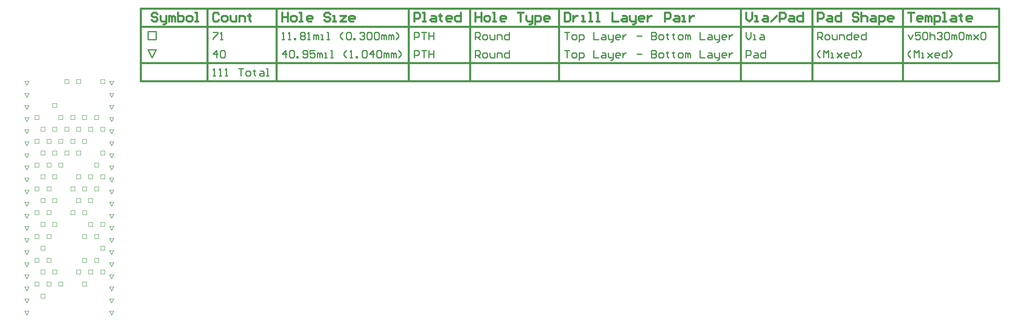
<source format=gbr>
%TF.GenerationSoftware,Altium Limited,Altium Designer,23.10.1 (27)*%
G04 Layer_Color=2752767*
%FSLAX45Y45*%
%MOMM*%
%TF.SameCoordinates,7A70C931-5BDF-4ABD-901A-901AFED5F3BC*%
%TF.FilePolarity,Positive*%
%TF.FileFunction,Drawing*%
%TF.Part,Single*%
G01*
G75*
%TA.AperFunction,NonConductor*%
%ADD35C,0.38100*%
%ADD36C,0.25400*%
%ADD40C,0.08467*%
%ADD41C,0.40640*%
D35*
X1500000Y6162000D02*
X19483398D01*
X1500000Y5400000D02*
X19483398D01*
X1500000Y5019000D02*
X19483398D01*
Y6543000D01*
X1500000D02*
X19483398D01*
X1500000Y5019000D02*
Y6543000D01*
X17464622Y5019000D02*
Y6543000D01*
X15570296Y5019000D02*
Y6543000D01*
X14072081Y5019000D02*
Y6543000D01*
X10263222Y5019000D02*
Y6543000D01*
X8399365Y5019000D02*
Y6543000D01*
X7114441Y5019000D02*
Y6543000D01*
X4346646Y5019000D02*
Y6543000D01*
X2899224Y5019000D02*
Y6543000D01*
D36*
X1651871Y5895300D02*
X1821204D01*
Y6064633D01*
X1651871D02*
X1821204D01*
X1651871Y5895300D02*
Y6064633D01*
X1736538Y5514300D02*
X1821204Y5683633D01*
X1651871D02*
X1821204D01*
X1651871D02*
X1736538Y5514300D01*
X17578923Y5996867D02*
X17629707Y5895300D01*
X17680490Y5996867D01*
X17832841Y6047651D02*
X17731274D01*
Y5971475D01*
X17782057Y5996867D01*
X17807449D01*
X17832841Y5971475D01*
Y5920692D01*
X17807449Y5895300D01*
X17756667D01*
X17731274Y5920692D01*
X17883624Y6022259D02*
X17909016Y6047651D01*
X17959801D01*
X17985191Y6022259D01*
Y5920692D01*
X17959801Y5895300D01*
X17909016D01*
X17883624Y5920692D01*
Y6022259D01*
X18035976Y6047651D02*
Y5895300D01*
Y5971475D01*
X18061366Y5996867D01*
X18112151D01*
X18137543Y5971475D01*
Y5895300D01*
X18188326Y6022259D02*
X18213718Y6047651D01*
X18264500D01*
X18289893Y6022259D01*
Y5996867D01*
X18264500Y5971475D01*
X18239110D01*
X18264500D01*
X18289893Y5946084D01*
Y5920692D01*
X18264500Y5895300D01*
X18213718D01*
X18188326Y5920692D01*
X18340677Y6022259D02*
X18366069Y6047651D01*
X18416852D01*
X18442244Y6022259D01*
Y5920692D01*
X18416852Y5895300D01*
X18366069D01*
X18340677Y5920692D01*
Y6022259D01*
X18493028Y5895300D02*
Y5996867D01*
X18518419D01*
X18543811Y5971475D01*
Y5895300D01*
Y5971475D01*
X18569203Y5996867D01*
X18594595Y5971475D01*
Y5895300D01*
X18645378Y6022259D02*
X18670770Y6047651D01*
X18721555D01*
X18746945Y6022259D01*
Y5920692D01*
X18721555Y5895300D01*
X18670770D01*
X18645378Y5920692D01*
Y6022259D01*
X18797729Y5895300D02*
Y5996867D01*
X18823122D01*
X18848512Y5971475D01*
Y5895300D01*
Y5971475D01*
X18873904Y5996867D01*
X18899297Y5971475D01*
Y5895300D01*
X18950079Y5996867D02*
X19051646Y5895300D01*
X19000864Y5946084D01*
X19051646Y5996867D01*
X18950079Y5895300D01*
X19102431Y6022259D02*
X19127821Y6047651D01*
X19178606D01*
X19203998Y6022259D01*
Y5920692D01*
X19178606Y5895300D01*
X19127821D01*
X19102431Y5920692D01*
Y6022259D01*
X17629707Y5514300D02*
X17578923Y5565084D01*
Y5615867D01*
X17629707Y5666651D01*
X17705882Y5514300D02*
Y5666651D01*
X17756667Y5615867D01*
X17807449Y5666651D01*
Y5514300D01*
X17858234D02*
X17909016D01*
X17883624D01*
Y5615867D01*
X17858234D01*
X17985191D02*
X18086758Y5514300D01*
X18035976Y5565084D01*
X18086758Y5615867D01*
X17985191Y5514300D01*
X18213718D02*
X18162933D01*
X18137543Y5539692D01*
Y5590475D01*
X18162933Y5615867D01*
X18213718D01*
X18239110Y5590475D01*
Y5565084D01*
X18137543D01*
X18391460Y5666651D02*
Y5514300D01*
X18315285D01*
X18289893Y5539692D01*
Y5590475D01*
X18315285Y5615867D01*
X18391460D01*
X18442244Y5514300D02*
X18493027Y5565084D01*
Y5615867D01*
X18442244Y5666651D01*
X15684596Y5895300D02*
Y6047651D01*
X15760771D01*
X15786163Y6022259D01*
Y5971475D01*
X15760771Y5946084D01*
X15684596D01*
X15735381D02*
X15786163Y5895300D01*
X15862338D02*
X15913123D01*
X15938515Y5920692D01*
Y5971475D01*
X15913123Y5996867D01*
X15862338D01*
X15836948Y5971475D01*
Y5920692D01*
X15862338Y5895300D01*
X15989297Y5996867D02*
Y5920692D01*
X16014690Y5895300D01*
X16090865D01*
Y5996867D01*
X16141647Y5895300D02*
Y5996867D01*
X16217824D01*
X16243214Y5971475D01*
Y5895300D01*
X16395566Y6047651D02*
Y5895300D01*
X16319391D01*
X16293999Y5920692D01*
Y5971475D01*
X16319391Y5996867D01*
X16395566D01*
X16522525Y5895300D02*
X16471742D01*
X16446350Y5920692D01*
Y5971475D01*
X16471742Y5996867D01*
X16522525D01*
X16547917Y5971475D01*
Y5946084D01*
X16446350D01*
X16700269Y6047651D02*
Y5895300D01*
X16624092D01*
X16598700Y5920692D01*
Y5971475D01*
X16624092Y5996867D01*
X16700269D01*
X15735381Y5514300D02*
X15684596Y5565084D01*
Y5615867D01*
X15735381Y5666651D01*
X15811555Y5514300D02*
Y5666651D01*
X15862338Y5615867D01*
X15913123Y5666651D01*
Y5514300D01*
X15963905D02*
X16014690D01*
X15989297D01*
Y5615867D01*
X15963905D01*
X16090865D02*
X16192432Y5514300D01*
X16141647Y5565084D01*
X16192432Y5615867D01*
X16090865Y5514300D01*
X16319391D02*
X16268607D01*
X16243214Y5539692D01*
Y5590475D01*
X16268607Y5615867D01*
X16319391D01*
X16344781Y5590475D01*
Y5565084D01*
X16243214D01*
X16497133Y5666651D02*
Y5514300D01*
X16420958D01*
X16395566Y5539692D01*
Y5590475D01*
X16420958Y5615867D01*
X16497133D01*
X16547917Y5514300D02*
X16598700Y5565084D01*
Y5615867D01*
X16547917Y5666651D01*
X14186382Y6047651D02*
Y5946084D01*
X14237164Y5895300D01*
X14287949Y5946084D01*
Y6047651D01*
X14338731Y5895300D02*
X14389516D01*
X14364124D01*
Y5996867D01*
X14338731D01*
X14491081D02*
X14541866D01*
X14567258Y5971475D01*
Y5895300D01*
X14491081D01*
X14465691Y5920692D01*
X14491081Y5946084D01*
X14567258D01*
X14186382Y5514300D02*
Y5666651D01*
X14262556D01*
X14287949Y5641259D01*
Y5590475D01*
X14262556Y5565084D01*
X14186382D01*
X14364124Y5615867D02*
X14414906D01*
X14440298Y5590475D01*
Y5514300D01*
X14364124D01*
X14338731Y5539692D01*
X14364124Y5565084D01*
X14440298D01*
X14592648Y5666651D02*
Y5514300D01*
X14516473D01*
X14491081Y5539692D01*
Y5590475D01*
X14516473Y5615867D01*
X14592648D01*
X10377522Y6047651D02*
X10479090D01*
X10428306D01*
Y5895300D01*
X10555265D02*
X10606048D01*
X10631440Y5920692D01*
Y5971475D01*
X10606048Y5996867D01*
X10555265D01*
X10529873Y5971475D01*
Y5920692D01*
X10555265Y5895300D01*
X10682224Y5844517D02*
Y5996867D01*
X10758399D01*
X10783791Y5971475D01*
Y5920692D01*
X10758399Y5895300D01*
X10682224D01*
X10986925Y6047651D02*
Y5895300D01*
X11088492D01*
X11164668Y5996867D02*
X11215451D01*
X11240843Y5971475D01*
Y5895300D01*
X11164668D01*
X11139276Y5920692D01*
X11164668Y5946084D01*
X11240843D01*
X11291627Y5996867D02*
Y5920692D01*
X11317019Y5895300D01*
X11393194D01*
Y5869908D01*
X11367802Y5844517D01*
X11342410D01*
X11393194Y5895300D02*
Y5996867D01*
X11520153Y5895300D02*
X11469369D01*
X11443977Y5920692D01*
Y5971475D01*
X11469369Y5996867D01*
X11520153D01*
X11545545Y5971475D01*
Y5946084D01*
X11443977D01*
X11596328Y5996867D02*
Y5895300D01*
Y5946084D01*
X11621720Y5971475D01*
X11647112Y5996867D01*
X11672503D01*
X11901030Y5971475D02*
X12002597D01*
X12205731Y6047651D02*
Y5895300D01*
X12281906D01*
X12307298Y5920692D01*
Y5946084D01*
X12281906Y5971475D01*
X12205731D01*
X12281906D01*
X12307298Y5996867D01*
Y6022259D01*
X12281906Y6047651D01*
X12205731D01*
X12383474Y5895300D02*
X12434257D01*
X12459649Y5920692D01*
Y5971475D01*
X12434257Y5996867D01*
X12383474D01*
X12358082Y5971475D01*
Y5920692D01*
X12383474Y5895300D01*
X12535824Y6022259D02*
Y5996867D01*
X12510432D01*
X12561216D01*
X12535824D01*
Y5920692D01*
X12561216Y5895300D01*
X12662783Y6022259D02*
Y5996867D01*
X12637391D01*
X12688175D01*
X12662783D01*
Y5920692D01*
X12688175Y5895300D01*
X12789742D02*
X12840526D01*
X12865916Y5920692D01*
Y5971475D01*
X12840526Y5996867D01*
X12789742D01*
X12764350Y5971475D01*
Y5920692D01*
X12789742Y5895300D01*
X12916701D02*
Y5996867D01*
X12942093D01*
X12967484Y5971475D01*
Y5895300D01*
Y5971475D01*
X12992876Y5996867D01*
X13018268Y5971475D01*
Y5895300D01*
X13221402Y6047651D02*
Y5895300D01*
X13322971D01*
X13399146Y5996867D02*
X13449928D01*
X13475320Y5971475D01*
Y5895300D01*
X13399146D01*
X13373753Y5920692D01*
X13399146Y5946084D01*
X13475320D01*
X13526105Y5996867D02*
Y5920692D01*
X13551495Y5895300D01*
X13627670D01*
Y5869908D01*
X13602280Y5844517D01*
X13576888D01*
X13627670Y5895300D02*
Y5996867D01*
X13754630Y5895300D02*
X13703847D01*
X13678455Y5920692D01*
Y5971475D01*
X13703847Y5996867D01*
X13754630D01*
X13780022Y5971475D01*
Y5946084D01*
X13678455D01*
X13830804Y5996867D02*
Y5895300D01*
Y5946084D01*
X13856197Y5971475D01*
X13881589Y5996867D01*
X13906981D01*
X10377522Y5666651D02*
X10479090D01*
X10428306D01*
Y5514300D01*
X10555265D02*
X10606048D01*
X10631440Y5539692D01*
Y5590475D01*
X10606048Y5615867D01*
X10555265D01*
X10529873Y5590475D01*
Y5539692D01*
X10555265Y5514300D01*
X10682224Y5463517D02*
Y5615867D01*
X10758399D01*
X10783791Y5590475D01*
Y5539692D01*
X10758399Y5514300D01*
X10682224D01*
X10986925Y5666651D02*
Y5514300D01*
X11088492D01*
X11164668Y5615867D02*
X11215451D01*
X11240843Y5590475D01*
Y5514300D01*
X11164668D01*
X11139276Y5539692D01*
X11164668Y5565084D01*
X11240843D01*
X11291627Y5615867D02*
Y5539692D01*
X11317019Y5514300D01*
X11393194D01*
Y5488908D01*
X11367802Y5463517D01*
X11342410D01*
X11393194Y5514300D02*
Y5615867D01*
X11520153Y5514300D02*
X11469369D01*
X11443977Y5539692D01*
Y5590475D01*
X11469369Y5615867D01*
X11520153D01*
X11545545Y5590475D01*
Y5565084D01*
X11443977D01*
X11596328Y5615867D02*
Y5514300D01*
Y5565084D01*
X11621720Y5590475D01*
X11647112Y5615867D01*
X11672503D01*
X11901030Y5590475D02*
X12002597D01*
X12205731Y5666651D02*
Y5514300D01*
X12281906D01*
X12307298Y5539692D01*
Y5565084D01*
X12281906Y5590475D01*
X12205731D01*
X12281906D01*
X12307298Y5615867D01*
Y5641259D01*
X12281906Y5666651D01*
X12205731D01*
X12383474Y5514300D02*
X12434257D01*
X12459649Y5539692D01*
Y5590475D01*
X12434257Y5615867D01*
X12383474D01*
X12358082Y5590475D01*
Y5539692D01*
X12383474Y5514300D01*
X12535824Y5641259D02*
Y5615867D01*
X12510432D01*
X12561216D01*
X12535824D01*
Y5539692D01*
X12561216Y5514300D01*
X12662783Y5641259D02*
Y5615867D01*
X12637391D01*
X12688175D01*
X12662783D01*
Y5539692D01*
X12688175Y5514300D01*
X12789742D02*
X12840526D01*
X12865916Y5539692D01*
Y5590475D01*
X12840526Y5615867D01*
X12789742D01*
X12764350Y5590475D01*
Y5539692D01*
X12789742Y5514300D01*
X12916701D02*
Y5615867D01*
X12942093D01*
X12967484Y5590475D01*
Y5514300D01*
Y5590475D01*
X12992876Y5615867D01*
X13018268Y5590475D01*
Y5514300D01*
X13221402Y5666651D02*
Y5514300D01*
X13322971D01*
X13399146Y5615867D02*
X13449928D01*
X13475320Y5590475D01*
Y5514300D01*
X13399146D01*
X13373753Y5539692D01*
X13399146Y5565084D01*
X13475320D01*
X13526105Y5615867D02*
Y5539692D01*
X13551495Y5514300D01*
X13627670D01*
Y5488908D01*
X13602280Y5463517D01*
X13576888D01*
X13627670Y5514300D02*
Y5615867D01*
X13754630Y5514300D02*
X13703847D01*
X13678455Y5539692D01*
Y5590475D01*
X13703847Y5615867D01*
X13754630D01*
X13780022Y5590475D01*
Y5565084D01*
X13678455D01*
X13830804Y5615867D02*
Y5514300D01*
Y5565084D01*
X13856197Y5590475D01*
X13881589Y5615867D01*
X13906981D01*
X8513665Y5895300D02*
Y6047651D01*
X8589841D01*
X8615232Y6022259D01*
Y5971475D01*
X8589841Y5946084D01*
X8513665D01*
X8564449D02*
X8615232Y5895300D01*
X8691408D02*
X8742191D01*
X8767583Y5920692D01*
Y5971475D01*
X8742191Y5996867D01*
X8691408D01*
X8666016Y5971475D01*
Y5920692D01*
X8691408Y5895300D01*
X8818367Y5996867D02*
Y5920692D01*
X8843759Y5895300D01*
X8919934D01*
Y5996867D01*
X8970717Y5895300D02*
Y5996867D01*
X9046893D01*
X9072285Y5971475D01*
Y5895300D01*
X9224635Y6047651D02*
Y5895300D01*
X9148460D01*
X9123068Y5920692D01*
Y5971475D01*
X9148460Y5996867D01*
X9224635D01*
X8513665Y5514300D02*
Y5666651D01*
X8589841D01*
X8615232Y5641259D01*
Y5590475D01*
X8589841Y5565084D01*
X8513665D01*
X8564449D02*
X8615232Y5514300D01*
X8691408D02*
X8742191D01*
X8767583Y5539692D01*
Y5590475D01*
X8742191Y5615867D01*
X8691408D01*
X8666016Y5590475D01*
Y5539692D01*
X8691408Y5514300D01*
X8818367Y5615867D02*
Y5539692D01*
X8843759Y5514300D01*
X8919934D01*
Y5615867D01*
X8970717Y5514300D02*
Y5615867D01*
X9046893D01*
X9072285Y5590475D01*
Y5514300D01*
X9224635Y5666651D02*
Y5514300D01*
X9148460D01*
X9123068Y5539692D01*
Y5590475D01*
X9148460Y5615867D01*
X9224635D01*
X7228741Y5895300D02*
Y6047651D01*
X7304916D01*
X7330308Y6022259D01*
Y5971475D01*
X7304916Y5946084D01*
X7228741D01*
X7381091Y6047651D02*
X7482659D01*
X7431875D01*
Y5895300D01*
X7533442Y6047651D02*
Y5895300D01*
Y5971475D01*
X7635009D01*
Y6047651D01*
Y5895300D01*
X7228741Y5514300D02*
Y5666651D01*
X7304916D01*
X7330308Y5641259D01*
Y5590475D01*
X7304916Y5565084D01*
X7228741D01*
X7381091Y5666651D02*
X7482659D01*
X7431875D01*
Y5514300D01*
X7533442Y5666651D02*
Y5514300D01*
Y5590475D01*
X7635009D01*
Y5666651D01*
Y5514300D01*
X4460946Y5895300D02*
X4511730D01*
X4486338D01*
Y6047651D01*
X4460946Y6022259D01*
X4587905Y5895300D02*
X4638688D01*
X4613297D01*
Y6047651D01*
X4587905Y6022259D01*
X4714864Y5895300D02*
Y5920692D01*
X4740256D01*
Y5895300D01*
X4714864D01*
X4841823Y6022259D02*
X4867215Y6047651D01*
X4917998D01*
X4943390Y6022259D01*
Y5996867D01*
X4917998Y5971475D01*
X4943390Y5946084D01*
Y5920692D01*
X4917998Y5895300D01*
X4867215D01*
X4841823Y5920692D01*
Y5946084D01*
X4867215Y5971475D01*
X4841823Y5996867D01*
Y6022259D01*
X4867215Y5971475D02*
X4917998D01*
X4994173Y5895300D02*
X5044957D01*
X5019565D01*
Y6047651D01*
X4994173Y6022259D01*
X5121132Y5895300D02*
Y5996867D01*
X5146524D01*
X5171916Y5971475D01*
Y5895300D01*
Y5971475D01*
X5197308Y5996867D01*
X5222699Y5971475D01*
Y5895300D01*
X5273483D02*
X5324266D01*
X5298875D01*
Y5996867D01*
X5273483D01*
X5400442Y5895300D02*
X5451225D01*
X5425834D01*
Y6047651D01*
X5400442D01*
X5730535Y5895300D02*
X5679751Y5946084D01*
Y5996867D01*
X5730535Y6047651D01*
X5806710Y6022259D02*
X5832102Y6047651D01*
X5882886D01*
X5908277Y6022259D01*
Y5920692D01*
X5882886Y5895300D01*
X5832102D01*
X5806710Y5920692D01*
Y6022259D01*
X5959061Y5895300D02*
Y5920692D01*
X5984453D01*
Y5895300D01*
X5959061D01*
X6086020Y6022259D02*
X6111412Y6047651D01*
X6162195D01*
X6187587Y6022259D01*
Y5996867D01*
X6162195Y5971475D01*
X6136803D01*
X6162195D01*
X6187587Y5946084D01*
Y5920692D01*
X6162195Y5895300D01*
X6111412D01*
X6086020Y5920692D01*
X6238371Y6022259D02*
X6263762Y6047651D01*
X6314546D01*
X6339938Y6022259D01*
Y5920692D01*
X6314546Y5895300D01*
X6263762D01*
X6238371Y5920692D01*
Y6022259D01*
X6390721D02*
X6416113Y6047651D01*
X6466897D01*
X6492289Y6022259D01*
Y5920692D01*
X6466897Y5895300D01*
X6416113D01*
X6390721Y5920692D01*
Y6022259D01*
X6543072Y5895300D02*
Y5996867D01*
X6568464D01*
X6593855Y5971475D01*
Y5895300D01*
Y5971475D01*
X6619247Y5996867D01*
X6644639Y5971475D01*
Y5895300D01*
X6695423D02*
Y5996867D01*
X6720815D01*
X6746206Y5971475D01*
Y5895300D01*
Y5971475D01*
X6771598Y5996867D01*
X6796990Y5971475D01*
Y5895300D01*
X6847773D02*
X6898557Y5946084D01*
Y5996867D01*
X6847773Y6047651D01*
X4537121Y5514300D02*
Y5666651D01*
X4460946Y5590475D01*
X4562513D01*
X4613297Y5641259D02*
X4638689Y5666651D01*
X4689472D01*
X4714864Y5641259D01*
Y5539692D01*
X4689472Y5514300D01*
X4638689D01*
X4613297Y5539692D01*
Y5641259D01*
X4765648Y5514300D02*
Y5539692D01*
X4791039D01*
Y5514300D01*
X4765648D01*
X4892606Y5539692D02*
X4917998Y5514300D01*
X4968782D01*
X4994174Y5539692D01*
Y5641259D01*
X4968782Y5666651D01*
X4917998D01*
X4892606Y5641259D01*
Y5615867D01*
X4917998Y5590475D01*
X4994174D01*
X5146524Y5666651D02*
X5044957D01*
Y5590475D01*
X5095741Y5615867D01*
X5121133D01*
X5146524Y5590475D01*
Y5539692D01*
X5121133Y5514300D01*
X5070349D01*
X5044957Y5539692D01*
X5197308Y5514300D02*
Y5615867D01*
X5222700D01*
X5248091Y5590475D01*
Y5514300D01*
Y5590475D01*
X5273483Y5615867D01*
X5298875Y5590475D01*
Y5514300D01*
X5349659D02*
X5400442D01*
X5375050D01*
Y5615867D01*
X5349659D01*
X5476617Y5514300D02*
X5527401D01*
X5502009D01*
Y5666651D01*
X5476617D01*
X5806711Y5514300D02*
X5755927Y5565084D01*
Y5615867D01*
X5806711Y5666651D01*
X5882886Y5514300D02*
X5933669D01*
X5908278D01*
Y5666651D01*
X5882886Y5641259D01*
X6009845Y5514300D02*
Y5539692D01*
X6035237D01*
Y5514300D01*
X6009845D01*
X6136804Y5641259D02*
X6162195Y5666651D01*
X6212979D01*
X6238371Y5641259D01*
Y5539692D01*
X6212979Y5514300D01*
X6162195D01*
X6136804Y5539692D01*
Y5641259D01*
X6365330Y5514300D02*
Y5666651D01*
X6289154Y5590475D01*
X6390722D01*
X6441505Y5641259D02*
X6466897Y5666651D01*
X6517680D01*
X6543072Y5641259D01*
Y5539692D01*
X6517680Y5514300D01*
X6466897D01*
X6441505Y5539692D01*
Y5641259D01*
X6593856Y5514300D02*
Y5615867D01*
X6619248D01*
X6644639Y5590475D01*
Y5514300D01*
Y5590475D01*
X6670031Y5615867D01*
X6695423Y5590475D01*
Y5514300D01*
X6746206D02*
Y5615867D01*
X6771598D01*
X6796990Y5590475D01*
Y5514300D01*
Y5590475D01*
X6822382Y5615867D01*
X6847774Y5590475D01*
Y5514300D01*
X6898557D02*
X6949341Y5565084D01*
Y5615867D01*
X6898557Y5666651D01*
X3013524Y5133300D02*
X3064308D01*
X3038916D01*
Y5285651D01*
X3013524Y5260259D01*
X3140483Y5133300D02*
X3191267D01*
X3165875D01*
Y5285651D01*
X3140483Y5260259D01*
X3267442Y5133300D02*
X3318226D01*
X3292834D01*
Y5285651D01*
X3267442Y5260259D01*
X3546752Y5285651D02*
X3648319D01*
X3597535D01*
Y5133300D01*
X3724494D02*
X3775278D01*
X3800670Y5158692D01*
Y5209475D01*
X3775278Y5234867D01*
X3724494D01*
X3699102Y5209475D01*
Y5158692D01*
X3724494Y5133300D01*
X3876845Y5260259D02*
Y5234867D01*
X3851453D01*
X3902237D01*
X3876845D01*
Y5158692D01*
X3902237Y5133300D01*
X4003804Y5234867D02*
X4054587D01*
X4079979Y5209475D01*
Y5133300D01*
X4003804D01*
X3978412Y5158692D01*
X4003804Y5184084D01*
X4079979D01*
X4130763Y5133300D02*
X4181546D01*
X4156155D01*
Y5285651D01*
X4130763D01*
X3013524Y6047651D02*
X3115092D01*
Y6022259D01*
X3013524Y5920692D01*
Y5895300D01*
X3165875D02*
X3216659D01*
X3191267D01*
Y6047651D01*
X3165875Y6022259D01*
X3089700Y5514300D02*
Y5666651D01*
X3013524Y5590475D01*
X3115092D01*
X3165875Y5641259D02*
X3191267Y5666651D01*
X3242050D01*
X3267442Y5641259D01*
Y5539692D01*
X3242050Y5514300D01*
X3191267D01*
X3165875Y5539692D01*
Y5641259D01*
D40*
X-717333Y721167D02*
X-632667D01*
Y805833D01*
X-717333D02*
X-632667D01*
X-717333Y721167D02*
Y805833D01*
Y1221167D02*
X-632667D01*
Y1305833D01*
X-717333D02*
X-632667D01*
X-717333Y1221167D02*
Y1305833D01*
Y1721167D02*
X-632667D01*
Y1805833D01*
X-717333D02*
X-632667D01*
X-717333Y1721167D02*
Y1805833D01*
Y2221167D02*
X-632667D01*
Y2305833D01*
X-717333D02*
X-632667D01*
X-717333Y2221167D02*
Y2305833D01*
Y2721167D02*
X-632667D01*
Y2805833D01*
X-717333D02*
X-632667D01*
X-717333Y2721167D02*
Y2805833D01*
Y3221167D02*
X-632667D01*
Y3305833D01*
X-717333D02*
X-632667D01*
X-717333Y3221167D02*
Y3305833D01*
Y3721167D02*
X-632667D01*
Y3805833D01*
X-717333D02*
X-632667D01*
X-717333Y3721167D02*
Y3805833D01*
Y4221167D02*
X-632667D01*
Y4305833D01*
X-717333D02*
X-632667D01*
X-717333Y4221167D02*
Y4305833D01*
X-592333Y471167D02*
X-507667D01*
Y555833D01*
X-592333D02*
X-507667D01*
X-592333Y471167D02*
Y555833D01*
X-467333Y721167D02*
X-382667D01*
Y805833D01*
X-467333D02*
X-382667D01*
X-467333Y721167D02*
Y805833D01*
X-592333Y971167D02*
X-507667D01*
Y1055833D01*
X-592333D02*
X-507667D01*
X-592333Y971167D02*
Y1055833D01*
X-467333Y1221167D02*
X-382667D01*
Y1305833D01*
X-467333D02*
X-382667D01*
X-467333Y1221167D02*
Y1305833D01*
X-592333Y1471167D02*
X-507667D01*
Y1555833D01*
X-592333D02*
X-507667D01*
X-592333Y1471167D02*
Y1555833D01*
X-467333Y1721167D02*
X-382667D01*
Y1805833D01*
X-467333D02*
X-382667D01*
X-467333Y1721167D02*
Y1805833D01*
X-592333Y1971167D02*
X-507667D01*
Y2055833D01*
X-592333D02*
X-507667D01*
X-592333Y1971167D02*
Y2055833D01*
X-467333Y2221167D02*
X-382667D01*
Y2305833D01*
X-467333D02*
X-382667D01*
X-467333Y2221167D02*
Y2305833D01*
X-592333Y2471167D02*
X-507667D01*
Y2555833D01*
X-592333D02*
X-507667D01*
X-592333Y2471167D02*
Y2555833D01*
X-467333Y2721167D02*
X-382667D01*
Y2805833D01*
X-467333D02*
X-382667D01*
X-467333Y2721167D02*
Y2805833D01*
X-592333Y2971167D02*
X-507667D01*
Y3055833D01*
X-592333D02*
X-507667D01*
X-592333Y2971167D02*
Y3055833D01*
X-467333Y3221167D02*
X-382667D01*
Y3305833D01*
X-467333D02*
X-382667D01*
X-467333Y3221167D02*
Y3305833D01*
X-592333Y3471167D02*
X-507667D01*
Y3555833D01*
X-592333D02*
X-507667D01*
X-592333Y3471167D02*
Y3555833D01*
X-467333Y3721167D02*
X-382667D01*
Y3805833D01*
X-467333D02*
X-382667D01*
X-467333Y3721167D02*
Y3805833D01*
X-592333Y3971167D02*
X-507667D01*
Y4055833D01*
X-592333D02*
X-507667D01*
X-592333Y3971167D02*
Y4055833D01*
X-217333Y721167D02*
X-132667D01*
Y805833D01*
X-217333D02*
X-132667D01*
X-217333Y721167D02*
Y805833D01*
X-342333Y971167D02*
X-257667D01*
Y1055833D01*
X-342333D02*
X-257667D01*
X-342333Y971167D02*
Y1055833D01*
Y1971167D02*
X-257667D01*
Y2055833D01*
X-342333D02*
X-257667D01*
X-342333Y1971167D02*
Y2055833D01*
Y2471167D02*
X-257667D01*
Y2555833D01*
X-342333D02*
X-257667D01*
X-342333Y2471167D02*
Y2555833D01*
Y2971167D02*
X-257667D01*
Y3055833D01*
X-342333D02*
X-257667D01*
X-342333Y2971167D02*
Y3055833D01*
X-217333Y3221167D02*
X-132667D01*
Y3305833D01*
X-217333D02*
X-132667D01*
X-217333Y3221167D02*
Y3305833D01*
X-342333Y3471167D02*
X-257667D01*
Y3555833D01*
X-342333D02*
X-257667D01*
X-342333Y3471167D02*
Y3555833D01*
X-217333Y3721167D02*
X-132667D01*
Y3805833D01*
X-217333D02*
X-132667D01*
X-217333Y3721167D02*
Y3805833D01*
X-342333Y3971167D02*
X-257667D01*
Y4055833D01*
X-342333D02*
X-257667D01*
X-342333Y3971167D02*
Y4055833D01*
X-217333Y4221167D02*
X-132667D01*
Y4305833D01*
X-217333D02*
X-132667D01*
X-217333Y4221167D02*
Y4305833D01*
X-342333Y4471167D02*
X-257667D01*
Y4555833D01*
X-342333D02*
X-257667D01*
X-342333Y4471167D02*
Y4555833D01*
X32667Y2221167D02*
X117333D01*
Y2305833D01*
X32667D02*
X117333D01*
X32667Y2221167D02*
Y2305833D01*
Y2721167D02*
X117333D01*
Y2805833D01*
X32667D02*
X117333D01*
X32667Y2721167D02*
Y2805833D01*
X-92333Y3471167D02*
X-7667D01*
Y3555833D01*
X-92333D02*
X-7667D01*
X-92333Y3471167D02*
Y3555833D01*
X32667Y3721167D02*
X117333D01*
Y3805833D01*
X32667D02*
X117333D01*
X32667Y3721167D02*
Y3805833D01*
X-92333Y3971167D02*
X-7667D01*
Y4055833D01*
X-92333D02*
X-7667D01*
X-92333Y3971167D02*
Y4055833D01*
X32667Y4221167D02*
X117333D01*
Y4305833D01*
X32667D02*
X117333D01*
X32667Y4221167D02*
Y4305833D01*
X-92333Y4971167D02*
X-7667D01*
Y5055833D01*
X-92333D02*
X-7667D01*
X-92333Y4971167D02*
Y5055833D01*
X282667Y721167D02*
X367333D01*
Y805833D01*
X282667D02*
X367333D01*
X282667Y721167D02*
Y805833D01*
X157667Y971167D02*
X242333D01*
Y1055833D01*
X157667D02*
X242333D01*
X157667Y971167D02*
Y1055833D01*
X282667Y1221167D02*
X367333D01*
Y1305833D01*
X282667D02*
X367333D01*
X282667Y1221167D02*
Y1305833D01*
Y1721167D02*
X367333D01*
Y1805833D01*
X282667D02*
X367333D01*
X282667Y1721167D02*
Y1805833D01*
Y2221167D02*
X367333D01*
Y2305833D01*
X282667D02*
X367333D01*
X282667Y2221167D02*
Y2305833D01*
X157667Y2471167D02*
X242333D01*
Y2555833D01*
X157667D02*
X242333D01*
X157667Y2471167D02*
Y2555833D01*
X282667Y2721167D02*
X367333D01*
Y2805833D01*
X282667D02*
X367333D01*
X282667Y2721167D02*
Y2805833D01*
X157667Y2971167D02*
X242333D01*
Y3055833D01*
X157667D02*
X242333D01*
X157667Y2971167D02*
Y3055833D01*
Y3471167D02*
X242333D01*
Y3555833D01*
X157667D02*
X242333D01*
X157667Y3471167D02*
Y3555833D01*
X282667Y3721167D02*
X367333D01*
Y3805833D01*
X282667D02*
X367333D01*
X282667Y3721167D02*
Y3805833D01*
X157667Y3971167D02*
X242333D01*
Y4055833D01*
X157667D02*
X242333D01*
X157667Y3971167D02*
Y4055833D01*
X282667Y4221167D02*
X367333D01*
Y4305833D01*
X282667D02*
X367333D01*
X282667Y4221167D02*
Y4305833D01*
X157667Y4971167D02*
X242333D01*
Y5055833D01*
X157667D02*
X242333D01*
X157667Y4971167D02*
Y5055833D01*
X407667Y971167D02*
X492333D01*
Y1055833D01*
X407667D02*
X492333D01*
X407667Y971167D02*
Y1055833D01*
X532667Y1221167D02*
X617333D01*
Y1305833D01*
X532667D02*
X617333D01*
X532667Y1221167D02*
Y1305833D01*
Y1721167D02*
X617333D01*
Y1805833D01*
X532667D02*
X617333D01*
X532667Y1721167D02*
Y1805833D01*
X407667Y1971167D02*
X492333D01*
Y2055833D01*
X407667D02*
X492333D01*
X407667Y1971167D02*
Y2055833D01*
Y2471167D02*
X492333D01*
Y2555833D01*
X407667D02*
X492333D01*
X407667Y2471167D02*
Y2555833D01*
X532667Y2721167D02*
X617333D01*
Y2805833D01*
X532667D02*
X617333D01*
X532667Y2721167D02*
Y2805833D01*
X407667Y2971167D02*
X492333D01*
Y3055833D01*
X407667D02*
X492333D01*
X407667Y2971167D02*
Y3055833D01*
X532667Y3221167D02*
X617333D01*
Y3305833D01*
X532667D02*
X617333D01*
X532667Y3221167D02*
Y3305833D01*
X407667Y3971167D02*
X492333D01*
Y4055833D01*
X407667D02*
X492333D01*
X407667Y3971167D02*
Y4055833D01*
X532667Y4221167D02*
X617333D01*
Y4305833D01*
X532667D02*
X617333D01*
X532667Y4221167D02*
Y4305833D01*
X657667Y971167D02*
X742333D01*
Y1055833D01*
X657667D02*
X742333D01*
X657667Y971167D02*
Y1055833D01*
Y1471167D02*
X742333D01*
Y1555833D01*
X657667D02*
X742333D01*
X657667Y1471167D02*
Y1555833D01*
Y1971167D02*
X742333D01*
Y2055833D01*
X657667D02*
X742333D01*
X657667Y1971167D02*
Y2055833D01*
Y2971167D02*
X742333D01*
Y3055833D01*
X657667D02*
X742333D01*
X657667Y2971167D02*
Y3055833D01*
Y3471167D02*
X742333D01*
Y3555833D01*
X657667D02*
X742333D01*
X657667Y3471167D02*
Y3555833D01*
Y3971167D02*
X742333D01*
Y4055833D01*
X657667D02*
X742333D01*
X657667Y3971167D02*
Y4055833D01*
Y4971167D02*
X742333D01*
Y5055833D01*
X657667D02*
X742333D01*
X657667Y4971167D02*
Y5055833D01*
X-889000Y4934167D02*
X-846667Y5018833D01*
X-931333D02*
X-846667D01*
X-931333D02*
X-889000Y4934167D01*
Y4680167D02*
X-846667Y4764833D01*
X-931333D02*
X-846667D01*
X-931333D02*
X-889000Y4680167D01*
Y4426167D02*
X-846667Y4510833D01*
X-931333D02*
X-846667D01*
X-931333D02*
X-889000Y4426167D01*
Y4172167D02*
X-846667Y4256833D01*
X-931333D02*
X-846667D01*
X-931333D02*
X-889000Y4172167D01*
Y3918167D02*
X-846667Y4002833D01*
X-931333D02*
X-846667D01*
X-931333D02*
X-889000Y3918167D01*
Y3664167D02*
X-846667Y3748833D01*
X-931333D02*
X-846667D01*
X-931333D02*
X-889000Y3664167D01*
Y3410167D02*
X-846667Y3494833D01*
X-931333D02*
X-846667D01*
X-931333D02*
X-889000Y3410167D01*
Y3156167D02*
X-846667Y3240833D01*
X-931333D02*
X-846667D01*
X-931333D02*
X-889000Y3156167D01*
Y2902167D02*
X-846667Y2986833D01*
X-931333D02*
X-846667D01*
X-931333D02*
X-889000Y2902167D01*
Y2648167D02*
X-846667Y2732833D01*
X-931333D02*
X-846667D01*
X-931333D02*
X-889000Y2648167D01*
Y2394167D02*
X-846667Y2478833D01*
X-931333D02*
X-846667D01*
X-931333D02*
X-889000Y2394167D01*
Y2140167D02*
X-846667Y2224833D01*
X-931333D02*
X-846667D01*
X-931333D02*
X-889000Y2140167D01*
Y1886167D02*
X-846667Y1970833D01*
X-931333D02*
X-846667D01*
X-931333D02*
X-889000Y1886167D01*
Y1632167D02*
X-846667Y1716833D01*
X-931333D02*
X-846667D01*
X-931333D02*
X-889000Y1632167D01*
Y1378167D02*
X-846667Y1462833D01*
X-931333D02*
X-846667D01*
X-931333D02*
X-889000Y1378167D01*
Y1124167D02*
X-846667Y1208833D01*
X-931333D02*
X-846667D01*
X-931333D02*
X-889000Y1124167D01*
Y870167D02*
X-846667Y954833D01*
X-931333D02*
X-846667D01*
X-931333D02*
X-889000Y870167D01*
Y616167D02*
X-846667Y700833D01*
X-931333D02*
X-846667D01*
X-931333D02*
X-889000Y616167D01*
Y362167D02*
X-846667Y446833D01*
X-931333D02*
X-846667D01*
X-931333D02*
X-889000Y362167D01*
Y108167D02*
X-846667Y192833D01*
X-931333D02*
X-846667D01*
X-931333D02*
X-889000Y108167D01*
X889000D02*
X931333Y192833D01*
X846667D02*
X931333D01*
X846667D02*
X889000Y108167D01*
Y362167D02*
X931333Y446833D01*
X846667D02*
X931333D01*
X846667D02*
X889000Y362167D01*
Y616167D02*
X931333Y700833D01*
X846667D02*
X931333D01*
X846667D02*
X889000Y616167D01*
Y870167D02*
X931333Y954833D01*
X846667D02*
X931333D01*
X846667D02*
X889000Y870167D01*
Y1124167D02*
X931333Y1208833D01*
X846667D02*
X931333D01*
X846667D02*
X889000Y1124167D01*
Y1378167D02*
X931333Y1462833D01*
X846667D02*
X931333D01*
X846667D02*
X889000Y1378167D01*
Y1632167D02*
X931333Y1716833D01*
X846667D02*
X931333D01*
X846667D02*
X889000Y1632167D01*
Y1886167D02*
X931333Y1970833D01*
X846667D02*
X931333D01*
X846667D02*
X889000Y1886167D01*
Y2140167D02*
X931333Y2224833D01*
X846667D02*
X931333D01*
X846667D02*
X889000Y2140167D01*
Y2394167D02*
X931333Y2478833D01*
X846667D02*
X931333D01*
X846667D02*
X889000Y2394167D01*
Y2648167D02*
X931333Y2732833D01*
X846667D02*
X931333D01*
X846667D02*
X889000Y2648167D01*
Y2902167D02*
X931333Y2986833D01*
X846667D02*
X931333D01*
X846667D02*
X889000Y2902167D01*
Y3156167D02*
X931333Y3240833D01*
X846667D02*
X931333D01*
X846667D02*
X889000Y3156167D01*
Y3410167D02*
X931333Y3494833D01*
X846667D02*
X931333D01*
X846667D02*
X889000Y3410167D01*
Y3664167D02*
X931333Y3748833D01*
X846667D02*
X931333D01*
X846667D02*
X889000Y3664167D01*
Y3918167D02*
X931333Y4002833D01*
X846667D02*
X931333D01*
X846667D02*
X889000Y3918167D01*
Y4172167D02*
X931333Y4256833D01*
X846667D02*
X931333D01*
X846667D02*
X889000Y4172167D01*
Y4426167D02*
X931333Y4510833D01*
X846667D02*
X931333D01*
X846667D02*
X889000Y4426167D01*
Y4680167D02*
X931333Y4764833D01*
X846667D02*
X931333D01*
X846667D02*
X889000Y4680167D01*
Y4934167D02*
X931333Y5018833D01*
X846667D02*
X931333D01*
X846667D02*
X889000Y4934167D01*
D41*
X17578923Y6459121D02*
X17700804D01*
X17639864D01*
Y6276300D01*
X17853156D02*
X17792213D01*
X17761745Y6306770D01*
Y6367711D01*
X17792213Y6398181D01*
X17853156D01*
X17883624Y6367711D01*
Y6337240D01*
X17761745D01*
X17944565Y6276300D02*
Y6398181D01*
X17975035D01*
X18005505Y6367711D01*
Y6276300D01*
Y6367711D01*
X18035976Y6398181D01*
X18066444Y6367711D01*
Y6276300D01*
X18127386Y6215360D02*
Y6398181D01*
X18218796D01*
X18249266Y6367711D01*
Y6306770D01*
X18218796Y6276300D01*
X18127386D01*
X18310207D02*
X18371147D01*
X18340677D01*
Y6459121D01*
X18310207D01*
X18493027Y6398181D02*
X18553967D01*
X18584438Y6367711D01*
Y6276300D01*
X18493027D01*
X18462556Y6306770D01*
X18493027Y6337240D01*
X18584438D01*
X18675848Y6428651D02*
Y6398181D01*
X18645378D01*
X18706319D01*
X18675848D01*
Y6306770D01*
X18706319Y6276300D01*
X18889139D02*
X18828198D01*
X18797729Y6306770D01*
Y6367711D01*
X18828198Y6398181D01*
X18889139D01*
X18919609Y6367711D01*
Y6337240D01*
X18797729D01*
X15684596Y6276300D02*
Y6459121D01*
X15776007D01*
X15806477Y6428651D01*
Y6367711D01*
X15776007Y6337240D01*
X15684596D01*
X15897887Y6398181D02*
X15958827D01*
X15989297Y6367711D01*
Y6276300D01*
X15897887D01*
X15867416Y6306770D01*
X15897887Y6337240D01*
X15989297D01*
X16172118Y6459121D02*
Y6276300D01*
X16080708D01*
X16050238Y6306770D01*
Y6367711D01*
X16080708Y6398181D01*
X16172118D01*
X16537759Y6428651D02*
X16507291Y6459121D01*
X16446349D01*
X16415878Y6428651D01*
Y6398181D01*
X16446349Y6367711D01*
X16507291D01*
X16537759Y6337240D01*
Y6306770D01*
X16507291Y6276300D01*
X16446349D01*
X16415878Y6306770D01*
X16598700Y6459121D02*
Y6276300D01*
Y6367711D01*
X16629170Y6398181D01*
X16690111D01*
X16720581Y6367711D01*
Y6276300D01*
X16811990Y6398181D02*
X16872931D01*
X16903403Y6367711D01*
Y6276300D01*
X16811990D01*
X16781522Y6306770D01*
X16811990Y6337240D01*
X16903403D01*
X16964342Y6215360D02*
Y6398181D01*
X17055753D01*
X17086221Y6367711D01*
Y6306770D01*
X17055753Y6276300D01*
X16964342D01*
X17238573D02*
X17177634D01*
X17147163Y6306770D01*
Y6367711D01*
X17177634Y6398181D01*
X17238573D01*
X17269043Y6367711D01*
Y6337240D01*
X17147163D01*
X14186382Y6459121D02*
Y6337240D01*
X14247321Y6276300D01*
X14308261Y6337240D01*
Y6459121D01*
X14369202Y6276300D02*
X14430142D01*
X14399670D01*
Y6398181D01*
X14369202D01*
X14552022D02*
X14612962D01*
X14643433Y6367711D01*
Y6276300D01*
X14552022D01*
X14521552Y6306770D01*
X14552022Y6337240D01*
X14643433D01*
X14704373Y6276300D02*
X14826254Y6398181D01*
X14887193Y6276300D02*
Y6459121D01*
X14978604D01*
X15009074Y6428651D01*
Y6367711D01*
X14978604Y6337240D01*
X14887193D01*
X15100485Y6398181D02*
X15161424D01*
X15191895Y6367711D01*
Y6276300D01*
X15100485D01*
X15070015Y6306770D01*
X15100485Y6337240D01*
X15191895D01*
X15374716Y6459121D02*
Y6276300D01*
X15283305D01*
X15252835Y6306770D01*
Y6367711D01*
X15283305Y6398181D01*
X15374716D01*
X10377522Y6459121D02*
Y6276300D01*
X10468933D01*
X10499403Y6306770D01*
Y6428651D01*
X10468933Y6459121D01*
X10377522D01*
X10560343Y6398181D02*
Y6276300D01*
Y6337240D01*
X10590813Y6367711D01*
X10621283Y6398181D01*
X10651754D01*
X10743164Y6276300D02*
X10804104D01*
X10773634D01*
Y6398181D01*
X10743164D01*
X10895515Y6276300D02*
X10956455D01*
X10925985D01*
Y6459121D01*
X10895515D01*
X11047865Y6276300D02*
X11108806D01*
X11078335D01*
Y6459121D01*
X11047865D01*
X11383037D02*
Y6276300D01*
X11504918D01*
X11596328Y6398181D02*
X11657268D01*
X11687738Y6367711D01*
Y6276300D01*
X11596328D01*
X11565858Y6306770D01*
X11596328Y6337240D01*
X11687738D01*
X11748679Y6398181D02*
Y6306770D01*
X11779149Y6276300D01*
X11870559D01*
Y6245830D01*
X11840089Y6215360D01*
X11809619D01*
X11870559Y6276300D02*
Y6398181D01*
X12022910Y6276300D02*
X11961969D01*
X11931499Y6306770D01*
Y6367711D01*
X11961969Y6398181D01*
X12022910D01*
X12053380Y6367711D01*
Y6337240D01*
X11931499D01*
X12114320Y6398181D02*
Y6276300D01*
Y6337240D01*
X12144790Y6367711D01*
X12175260Y6398181D01*
X12205731D01*
X12479962Y6276300D02*
Y6459121D01*
X12571372D01*
X12601842Y6428651D01*
Y6367711D01*
X12571372Y6337240D01*
X12479962D01*
X12693253Y6398181D02*
X12754193D01*
X12784663Y6367711D01*
Y6276300D01*
X12693253D01*
X12662783Y6306770D01*
X12693253Y6337240D01*
X12784663D01*
X12845602Y6276300D02*
X12906544D01*
X12876074D01*
Y6398181D01*
X12845602D01*
X12997954D02*
Y6276300D01*
Y6337240D01*
X13028424Y6367711D01*
X13058894Y6398181D01*
X13089365D01*
X8513665Y6459121D02*
Y6276300D01*
Y6367711D01*
X8635546D01*
Y6459121D01*
Y6276300D01*
X8726956D02*
X8787897D01*
X8818367Y6306770D01*
Y6367711D01*
X8787897Y6398181D01*
X8726956D01*
X8696486Y6367711D01*
Y6306770D01*
X8726956Y6276300D01*
X8879307D02*
X8940247D01*
X8909777D01*
Y6459121D01*
X8879307D01*
X9123068Y6276300D02*
X9062128D01*
X9031658Y6306770D01*
Y6367711D01*
X9062128Y6398181D01*
X9123068D01*
X9153538Y6367711D01*
Y6337240D01*
X9031658D01*
X9397299Y6459121D02*
X9519180D01*
X9458239D01*
Y6276300D01*
X9580120Y6398181D02*
Y6306770D01*
X9610590Y6276300D01*
X9702001D01*
Y6245830D01*
X9671531Y6215360D01*
X9641060D01*
X9702001Y6276300D02*
Y6398181D01*
X9762941Y6215360D02*
Y6398181D01*
X9854351D01*
X9884821Y6367711D01*
Y6306770D01*
X9854351Y6276300D01*
X9762941D01*
X10037172D02*
X9976232D01*
X9945762Y6306770D01*
Y6367711D01*
X9976232Y6398181D01*
X10037172D01*
X10067642Y6367711D01*
Y6337240D01*
X9945762D01*
X7228741Y6276300D02*
Y6459121D01*
X7320151D01*
X7350621Y6428651D01*
Y6367711D01*
X7320151Y6337240D01*
X7228741D01*
X7411562Y6276300D02*
X7472502D01*
X7442032D01*
Y6459121D01*
X7411562D01*
X7594382Y6398181D02*
X7655323D01*
X7685793Y6367711D01*
Y6276300D01*
X7594382D01*
X7563912Y6306770D01*
X7594382Y6337240D01*
X7685793D01*
X7777203Y6428651D02*
Y6398181D01*
X7746733D01*
X7807673D01*
X7777203D01*
Y6306770D01*
X7807673Y6276300D01*
X7990494D02*
X7929554D01*
X7899084Y6306770D01*
Y6367711D01*
X7929554Y6398181D01*
X7990494D01*
X8020964Y6367711D01*
Y6337240D01*
X7899084D01*
X8203785Y6459121D02*
Y6276300D01*
X8112375D01*
X8081905Y6306770D01*
Y6367711D01*
X8112375Y6398181D01*
X8203785D01*
X4460946Y6459121D02*
Y6276300D01*
Y6367711D01*
X4582827D01*
Y6459121D01*
Y6276300D01*
X4674237D02*
X4735177D01*
X4765648Y6306770D01*
Y6367711D01*
X4735177Y6398181D01*
X4674237D01*
X4643767Y6367711D01*
Y6306770D01*
X4674237Y6276300D01*
X4826588D02*
X4887528D01*
X4857058D01*
Y6459121D01*
X4826588D01*
X5070349Y6276300D02*
X5009409D01*
X4978938Y6306770D01*
Y6367711D01*
X5009409Y6398181D01*
X5070349D01*
X5100819Y6367711D01*
Y6337240D01*
X4978938D01*
X5466461Y6428651D02*
X5435991Y6459121D01*
X5375050D01*
X5344580Y6428651D01*
Y6398181D01*
X5375050Y6367711D01*
X5435991D01*
X5466461Y6337240D01*
Y6306770D01*
X5435991Y6276300D01*
X5375050D01*
X5344580Y6306770D01*
X5527401Y6276300D02*
X5588341D01*
X5557871D01*
Y6398181D01*
X5527401D01*
X5679752D02*
X5801632D01*
X5679752Y6276300D01*
X5801632D01*
X5953983D02*
X5893043D01*
X5862572Y6306770D01*
Y6367711D01*
X5893043Y6398181D01*
X5953983D01*
X5984453Y6367711D01*
Y6337240D01*
X5862572D01*
X3135405Y6428651D02*
X3104935Y6459121D01*
X3043994D01*
X3013524Y6428651D01*
Y6306770D01*
X3043994Y6276300D01*
X3104935D01*
X3135405Y6306770D01*
X3226815Y6276300D02*
X3287756D01*
X3318226Y6306770D01*
Y6367711D01*
X3287756Y6398181D01*
X3226815D01*
X3196345Y6367711D01*
Y6306770D01*
X3226815Y6276300D01*
X3379166Y6398181D02*
Y6306770D01*
X3409636Y6276300D01*
X3501047D01*
Y6398181D01*
X3561987Y6276300D02*
Y6398181D01*
X3653397D01*
X3683867Y6367711D01*
Y6276300D01*
X3775278Y6428651D02*
Y6398181D01*
X3744808D01*
X3805748D01*
X3775278D01*
Y6306770D01*
X3805748Y6276300D01*
X1850481Y6428651D02*
X1820011Y6459121D01*
X1759070D01*
X1728600Y6428651D01*
Y6398181D01*
X1759070Y6367711D01*
X1820011D01*
X1850481Y6337240D01*
Y6306770D01*
X1820011Y6276300D01*
X1759070D01*
X1728600Y6306770D01*
X1911421Y6398181D02*
Y6306770D01*
X1941891Y6276300D01*
X2033301D01*
Y6245830D01*
X2002831Y6215360D01*
X1972361D01*
X2033301Y6276300D02*
Y6398181D01*
X2094242Y6276300D02*
Y6398181D01*
X2124712D01*
X2155182Y6367711D01*
Y6276300D01*
Y6367711D01*
X2185652Y6398181D01*
X2216122Y6367711D01*
Y6276300D01*
X2277063Y6459121D02*
Y6276300D01*
X2368473D01*
X2398943Y6306770D01*
Y6337240D01*
Y6367711D01*
X2368473Y6398181D01*
X2277063D01*
X2490353Y6276300D02*
X2551294D01*
X2581764Y6306770D01*
Y6367711D01*
X2551294Y6398181D01*
X2490353D01*
X2459883Y6367711D01*
Y6306770D01*
X2490353Y6276300D01*
X2642704D02*
X2703644D01*
X2673174D01*
Y6459121D01*
X2642704D01*
%TF.MD5,16c8c7a54fdddd05b65d51dc14ac58ac*%
M02*

</source>
